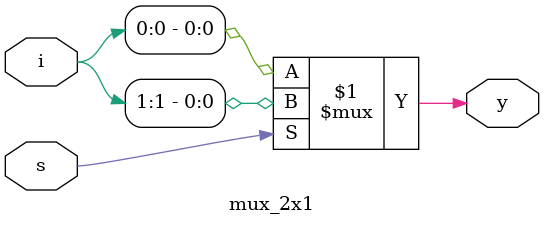
<source format=v>
`timescale 1ns / 1ps


module mux_2x1(i,s,y);

input [1:0]i;
input s;
output y;

assign y =(s)?i[1]:i[0];

endmodule

</source>
